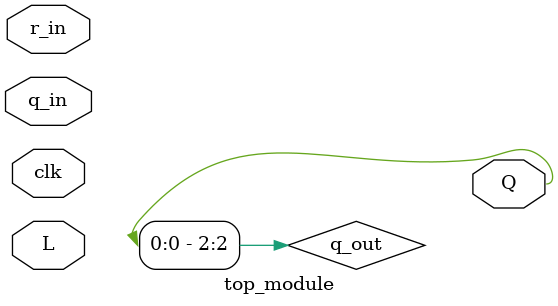
<source format=sv>
module flipflop (
    input clk,
    input D,
    output reg Q
);
    always @(posedge clk)
        Q <= D;
endmodule
module mux (
    input [1:0] S,
    input D0,
    input D1,
    output reg Y
);
    always @(*)
    begin
        case (S)
            2'b00: Y = D0;
            2'b01: Y = D1;
            2'b10: Y = D0;
            2'b11: Y = D1;
            default: Y = 1'b0;
        endcase
    end
endmodule
module top_module(
    input clk,
    input L,
    input q_in,
    input r_in,
    output reg Q
);

    wire [2:0] r;
    wire [2:0] q_out;
    wire d0, d1;

    assign d0 = q_out[1] ^ q_out[2];
    assign d1 = q_out[0] | q_out[2];

    flipflop ff_inst1 (
        .clk(clk),
        .D(r_in),
        .Q(q_out[0])
    );

    flipflop ff_inst2 (
        .clk(clk),
        .D(q_out[1]),
        .Q(q_out[1])
    );

    mux mux_inst (
        .S({q_in, L}),
        .D0(q_out[2]),
        .D1(r_in),
        .Y(r[2])
    );

    always @(posedge clk)
    begin
        if (L) begin
            r <= r_in;
        end else begin
            r <= {d0, d1, r[2]};
        end
    end

    always @*
    begin
        Q = q_out[2];
    end

endmodule

</source>
